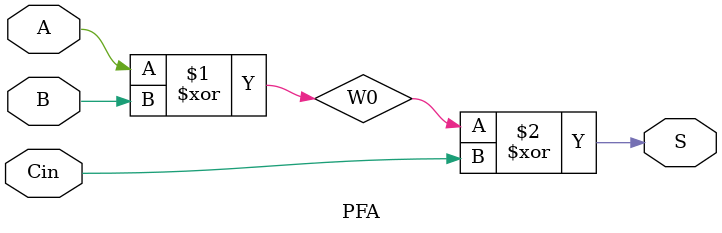
<source format=v>
/*
6502 Implemention in Verilog

Copyright (c) <2019> S.H Kim (soohyunkim@kw.ac.kr)

See the file LICENSE for copying permission.
*/


module PFA(//Partial(w/o Carry output) Full Adder 
	input A,
	input B,
	input Cin,
	output S
);
	wire W0;

	//Sum
	xor XOR1(W0, A, B);
	xor XOR2(S, W0, Cin);

endmodule

</source>
